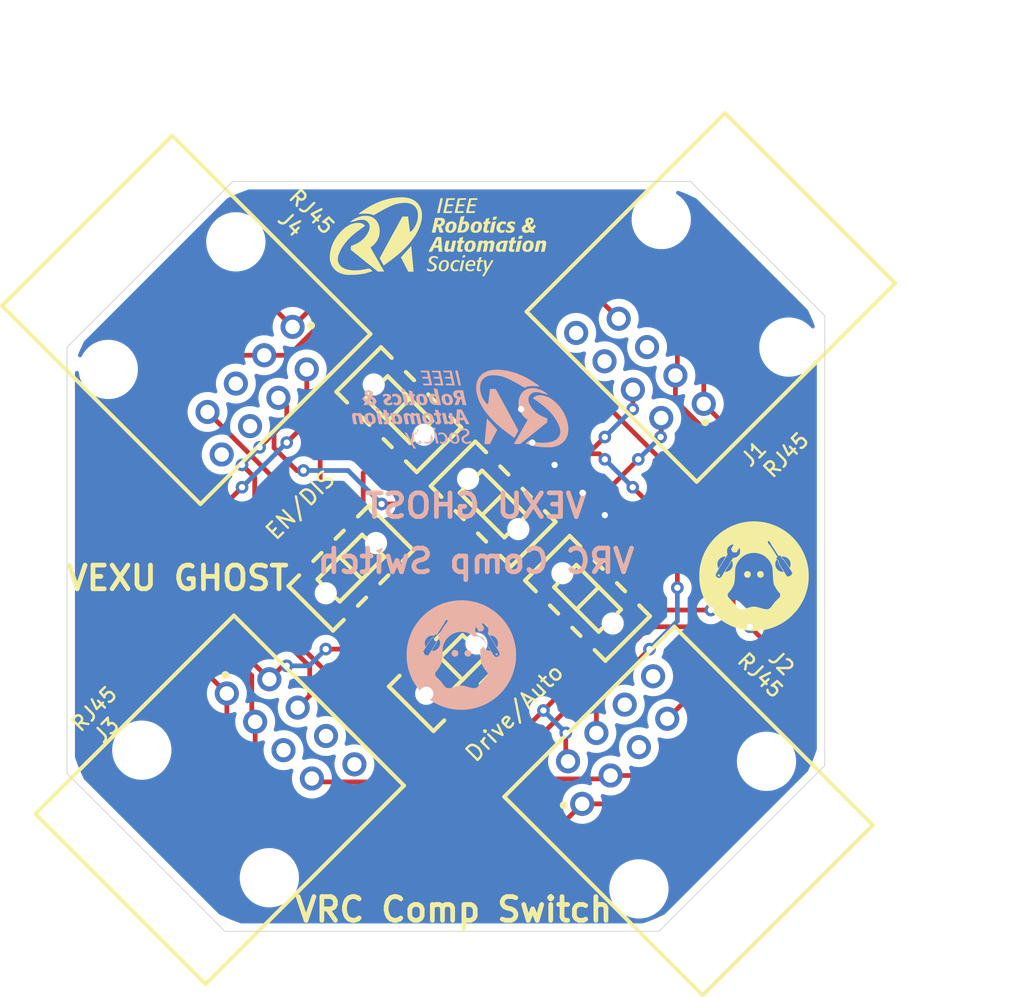
<source format=kicad_pcb>
(kicad_pcb (version 20241229) (generator "pcbnew") (generator_version "9.0")
  (layers (0 "F.Cu" signal "TopLayer") (2 "B.Cu" signal "BottomLayer") (13 "F.Paste" user "TopPasteMaskLayer") (15 "B.Paste" user "BottomPasteMaskLayer") (5 "F.SilkS" user "TopSilkLayer") (7 "B.SilkS" user "BottomSilkLayer") (1 "F.Mask" user "TopSolderMaskLayer") (3 "B.Mask" user "BottomSolderMaskLayer") (25 "Edge.Cuts" user "BoardOutLine"))
  (net 0 "")
  (net 1 "Net-(J1-Pad7)")
  (net 2 "Net-(J1-Pad4)")
  (net 6 "Net-(J1-Pad3)")
  (net 7 "Net-(J1-Pad2)")
  (net 8 "Net-(J1-Pad1)")
  (net 9 "GND")
  (footprint "ghost:SW-SMD_MS-22D28-G020" (layer "F.Cu") (at 168.475457 89.407817 -45)
    (property "Reference" "SW5" (hide yes))
    (property "Value" "Pin1" (hide yes))
    (pad "" np_thru_hole circle (at -2.249901 0 315) (size 0.9 0.9) (drill 0.9) (layers "*.Cu" "*.Mask"))
    (pad "" np_thru_hole circle (at 2.249901 0 315) (size 0.9 0.9) (drill 0.9) (layers "*.Cu" "*.Mask"))
    (pad "1" smd rect (at -2 -3 45) (size 2 0.8) (layers "F.Cu" "F.Mask" "F.Paste"))
    (pad "2" smd rect (at 0 -3 45) (size 2 0.8) (layers "F.Cu" "F.Mask" "F.Paste") (net 9 "GND"))
    (pad "3" smd rect (at 2 -3 45) (size 2 0.8) (layers "F.Cu" "F.Mask" "F.Paste") (net 8 "Net-(J1-Pad1)"))
    (pad "4" smd rect (at -2 3 45) (size 2 0.8) (layers "F.Cu" "F.Mask" "F.Paste"))
    (pad "5" smd rect (at 0 3 45) (size 2 0.8) (layers "F.Cu" "F.Mask" "F.Paste"))
    (pad "6" smd rect (at 2 3 45) (size 2 0.8) (layers "F.Cu" "F.Mask" "F.Paste"))
  )
  (footprint "ghost:SW-SMD_MS-22D28-G020" (layer "F.Cu") (at 153.481894 87.495871 45)
    (property "Reference" "SW2" (hide yes))
    (property "Value" "Enable/Disable" (hide yes))
    (pad "" np_thru_hole circle (at -2.249901 0 45) (size 0.9 0.9) (drill 0.9) (layers "*.Cu" "*.Mask"))
    (pad "" np_thru_hole circle (at 2.249901 0 45) (size 0.9 0.9) (drill 0.9) (layers "*.Cu" "*.Mask"))
    (pad "1" smd rect (at -2 -3 135) (size 2 0.8) (layers "F.Cu" "F.Mask" "F.Paste"))
    (pad "2" smd rect (at 0 -3 135) (size 2 0.8) (layers "F.Cu" "F.Mask" "F.Paste") (net 9 "GND"))
    (pad "3" smd rect (at 2 -3 135) (size 2 0.8) (layers "F.Cu" "F.Mask" "F.Paste") (net 6 "Net-(J1-Pad3)"))
    (pad "4" smd rect (at -2 3 135) (size 2 0.8) (layers "F.Cu" "F.Mask" "F.Paste"))
    (pad "5" smd rect (at 0 3 135) (size 2 0.8) (layers "F.Cu" "F.Mask" "F.Paste"))
    (pad "6" smd rect (at 2 3 135) (size 2 0.8) (layers "F.Cu" "F.Mask" "F.Paste"))
  )
  (footprint "ghost:SW-SMD_MS-22D28-G020" (layer "F.Cu") (at 162.497577 83.429936 -45)
    (property "Reference" "SW4" (hide yes))
    (property "Value" "Pin4" (hide yes))
    (pad "" np_thru_hole circle (at -2.249901 0 315) (size 0.9 0.9) (drill 0.9) (layers "*.Cu" "*.Mask"))
    (pad "" np_thru_hole circle (at 2.249901 0 315) (size 0.9 0.9) (drill 0.9) (layers "*.Cu" "*.Mask"))
    (pad "1" smd rect (at -2 -3 45) (size 2 0.8) (layers "F.Cu" "F.Mask" "F.Paste"))
    (pad "2" smd rect (at 0 -3 45) (size 2 0.8) (layers "F.Cu" "F.Mask" "F.Paste") (net 9 "GND"))
    (pad "3" smd rect (at 2 -3 45) (size 2 0.8) (layers "F.Cu" "F.Mask" "F.Paste") (net 2 "Net-(J1-Pad4)"))
    (pad "4" smd rect (at -2 3 45) (size 2 0.8) (layers "F.Cu" "F.Mask" "F.Paste"))
    (pad "5" smd rect (at 0 3 45) (size 2 0.8) (layers "F.Cu" "F.Mask" "F.Paste"))
    (pad "6" smd rect (at 2 3 45) (size 2 0.8) (layers "F.Cu" "F.Mask" "F.Paste"))
  )
  (footprint "ghost:RJ45-TH_RC0139" (layer "F.Cu") (at 170.381817 98.385244 -135)
    (property "Reference" "J2" (at -10.255472 -4.760907 135) (layer "F.SilkS") (effects (font (size 0.9144 0.9144) (thickness 0.1524)) (justify right bottom)))
    (property "Value" "RJ45" (at -8.755472 -5.260906 135) (layer "F.SilkS") (effects (font (size 0.9144 0.9144) (thickness 0.1524)) (justify right bottom)))
    (pad "" np_thru_hole circle (at -5.715 -7.62 225) (size 3.25 3.25) (drill 3.25) (layers "*.Cu" "*.Mask"))
    (pad "" np_thru_hole circle (at 5.715 -7.62 225) (size 3.25 3.25) (drill 3.25) (layers "*.Cu" "*.Mask"))
    (pad "1" thru_hole oval (at 4.4453 -1.27 225) (size 1.524 1.524) (drill 0.9144) (layers "*.Cu" "*.Mask") (net 8 "Net-(J1-Pad1)"))
    (pad "2" thru_hole oval (at 3.1753 1.27 225) (size 1.524 1.524) (drill 0.9144) (layers "*.Cu" "*.Mask") (net 7 "Net-(J1-Pad2)"))
    (pad "3" thru_hole oval (at 1.905 -1.27 225) (size 1.524 1.524) (drill 0.9144) (layers "*.Cu" "*.Mask") (net 6 "Net-(J1-Pad3)"))
    (pad "4" thru_hole oval (at 0.635 1.27 225) (size 1.524 1.524) (drill 0.9144) (layers "*.Cu" "*.Mask") (net 2 "Net-(J1-Pad4)"))
    (pad "5" thru_hole oval (at -0.635 -1.27 225) (size 1.524 1.524) (drill 0.9144) (layers "*.Cu" "*.Mask"))
    (pad "6" thru_hole oval (at -1.905 1.27 225) (size 1.524 1.524) (drill 0.9144) (layers "*.Cu" "*.Mask"))
    (pad "7" thru_hole oval (at -3.1753 -1.27 225) (size 1.524 1.524) (drill 0.9144) (layers "*.Cu" "*.Mask") (net 1 "Net-(J1-Pad7)"))
    (pad "8" thru_hole oval (at -4.4453 1.27 225) (size 1.524 1.524) (drill 0.9144) (layers "*.Cu" "*.Mask"))
  )
  (footprint "ghost:ghost" (layer "F.Cu") (at 179 88)
    (property "Reference" "G***" (hide yes))
    (property "Value" "LOGO" (hide yes))
  )
  (footprint "ghost:RJ45-TH_RC0139" (layer "F.Cu") (at 171.796031 74.838589 -45)
    (property "Reference" "J1" (at 8.390091 -0.383646 45) (layer "F.SilkS") (effects (font (size 0.9144 0.9144) (thickness 0.1524)) (justify left top)))
    (property "Value" "RJ45" (at 9.89009 -0.883646 45) (layer "F.SilkS") (effects (font (size 0.9144 0.9144) (thickness 0.1524)) (justify left top)))
    (pad "" np_thru_hole circle (at -5.715 -7.62 315) (size 3.25 3.25) (drill 3.25) (layers "*.Cu" "*.Mask"))
    (pad "" np_thru_hole circle (at 5.715 -7.62 315) (size 3.25 3.25) (drill 3.25) (layers "*.Cu" "*.Mask"))
    (pad "1" thru_hole oval (at 4.4453 -1.27 315) (size 1.524 1.524) (drill 0.9144) (layers "*.Cu" "*.Mask") (net 8 "Net-(J1-Pad1)"))
    (pad "2" thru_hole oval (at 3.1753 1.27 315) (size 1.524 1.524) (drill 0.9144) (layers "*.Cu" "*.Mask") (net 7 "Net-(J1-Pad2)"))
    (pad "3" thru_hole oval (at 1.905 -1.27 315) (size 1.524 1.524) (drill 0.9144) (layers "*.Cu" "*.Mask") (net 6 "Net-(J1-Pad3)"))
    (pad "4" thru_hole oval (at 0.635 1.27 315) (size 1.524 1.524) (drill 0.9144) (layers "*.Cu" "*.Mask") (net 2 "Net-(J1-Pad4)"))
    (pad "5" thru_hole oval (at -0.635 -1.27 315) (size 1.524 1.524) (drill 0.9144) (layers "*.Cu" "*.Mask"))
    (pad "6" thru_hole oval (at -1.905 1.27 315) (size 1.524 1.524) (drill 0.9144) (layers "*.Cu" "*.Mask"))
    (pad "7" thru_hole oval (at -3.1753 -1.27 315) (size 1.524 1.524) (drill 0.9144) (layers "*.Cu" "*.Mask") (net 1 "Net-(J1-Pad7)"))
    (pad "8" thru_hole oval (at -4.4453 1.27 315) (size 1.524 1.524) (drill 0.9144) (layers "*.Cu" "*.Mask"))
  )
  (footprint "ghost:SW-SMD_MS-22D28-G020" (layer "F.Cu") (at 156.519696 77.452055 -45)
    (property "Reference" "SW3" (hide yes))
    (property "Value" "Pin7" (hide yes))
    (pad "" np_thru_hole circle (at -2.249901 0 315) (size 0.9 0.9) (drill 0.9) (layers "*.Cu" "*.Mask"))
    (pad "" np_thru_hole circle (at 2.249901 0 315) (size 0.9 0.9) (drill 0.9) (layers "*.Cu" "*.Mask"))
    (pad "1" smd rect (at -2 -3 45) (size 2 0.8) (layers "F.Cu" "F.Mask" "F.Paste"))
    (pad "2" smd rect (at 0 -3 45) (size 2 0.8) (layers "F.Cu" "F.Mask" "F.Paste") (net 9 "GND"))
    (pad "3" smd rect (at 2 -3 45) (size 2 0.8) (layers "F.Cu" "F.Mask" "F.Paste") (net 1 "Net-(J1-Pad7)"))
    (pad "4" smd rect (at -2 3 45) (size 2 0.8) (layers "F.Cu" "F.Mask" "F.Paste"))
    (pad "5" smd rect (at 0 3 45) (size 2 0.8) (layers "F.Cu" "F.Mask" "F.Paste"))
    (pad "6" smd rect (at 2 3 45) (size 2 0.8) (layers "F.Cu" "F.Mask" "F.Paste"))
  )
  (footprint "ghost:RJ45-TH_RC0139" (layer "F.Cu") (at 147.542268 76.252802 45)
    (property "Reference" "J4" (at 9.5 -6.85 135) (layer "F.SilkS") (effects (font (size 0.9144 0.9144) (thickness 0.1524)) (justify left top)))
    (property "Value" "RJ45" (at 11 -7.35 135) (layer "F.SilkS") (effects (font (size 0.9144 0.9144) (thickness 0.1524)) (justify left top)))
    (pad "" np_thru_hole circle (at -5.715 -7.62 45) (size 3.25 3.25) (drill 3.25) (layers "*.Cu" "*.Mask"))
    (pad "" np_thru_hole circle (at 5.715 -7.62 45) (size 3.25 3.25) (drill 3.25) (layers "*.Cu" "*.Mask"))
    (pad "1" thru_hole oval (at 4.4453 -1.27 45) (size 1.524 1.524) (drill 0.9144) (layers "*.Cu" "*.Mask") (net 8 "Net-(J1-Pad1)"))
    (pad "2" thru_hole oval (at 3.1753 1.27 45) (size 1.524 1.524) (drill 0.9144) (layers "*.Cu" "*.Mask") (net 7 "Net-(J1-Pad2)"))
    (pad "3" thru_hole oval (at 1.905 -1.27 45) (size 1.524 1.524) (drill 0.9144) (layers "*.Cu" "*.Mask") (net 6 "Net-(J1-Pad3)"))
    (pad "4" thru_hole oval (at 0.635 1.27 45) (size 1.524 1.524) (drill 0.9144) (layers "*.Cu" "*.Mask") (net 2 "Net-(J1-Pad4)"))
    (pad "5" thru_hole oval (at -0.635 -1.27 45) (size 1.524 1.524) (drill 0.9144) (layers "*.Cu" "*.Mask"))
    (pad "6" thru_hole oval (at -1.905 1.27 45) (size 1.524 1.524) (drill 0.9144) (layers "*.Cu" "*.Mask"))
    (pad "7" thru_hole oval (at -3.1753 -1.27 45) (size 1.524 1.524) (drill 0.9144) (layers "*.Cu" "*.Mask") (net 1 "Net-(J1-Pad7)"))
    (pad "8" thru_hole oval (at -4.4453 1.27 45) (size 1.524 1.524) (drill 0.9144) (layers "*.Cu" "*.Mask"))
  )
  (footprint "ghost:SW-SMD_MS-22D28-G020" (layer "F.Cu") (at 159.845856 93.859832 -135)
    (property "Reference" "SW1" (hide yes))
    (property "Value" "Driver/Auton" (hide yes))
    (pad "" np_thru_hole circle (at -2.249901 0 225) (size 0.9 0.9) (drill 0.9) (layers "*.Cu" "*.Mask"))
    (pad "" np_thru_hole circle (at 2.249901 0 225) (size 0.9 0.9) (drill 0.9) (layers "*.Cu" "*.Mask"))
    (pad "1" smd rect (at -2 -3 315) (size 2 0.8) (layers "F.Cu" "F.Mask" "F.Paste"))
    (pad "2" smd rect (at 0 -3 315) (size 2 0.8) (layers "F.Cu" "F.Mask" "F.Paste") (net 9 "GND"))
    (pad "3" smd rect (at 2 -3 315) (size 2 0.8) (layers "F.Cu" "F.Mask" "F.Paste") (net 7 "Net-(J1-Pad2)"))
    (pad "4" smd rect (at -2 3 315) (size 2 0.8) (layers "F.Cu" "F.Mask" "F.Paste"))
    (pad "5" smd rect (at 0 3 315) (size 2 0.8) (layers "F.Cu" "F.Mask" "F.Paste"))
    (pad "6" smd rect (at 2 3 315) (size 2 0.8) (layers "F.Cu" "F.Mask" "F.Paste"))
  )
  (footprint "ghost:RJ45-TH_RC0139" (layer "F.Cu") (at 149.663589 97.678138 135)
    (property "Reference" "J3" (at 8.726919 -9.1821 225) (layer "F.SilkS") (effects (font (size 0.9144 0.9144) (thickness 0.1524)) (justify left top)))
    (property "Value" "RJ45" (at 10.226919 -9.6821 225) (layer "F.SilkS") (effects (font (size 0.9144 0.9144) (thickness 0.1524)) (justify left top)))
    (pad "" np_thru_hole circle (at -5.715 -7.62 135) (size 3.25 3.25) (drill 3.25) (layers "*.Cu" "*.Mask"))
    (pad "" np_thru_hole circle (at 5.715 -7.62 135) (size 3.25 3.25) (drill 3.25) (layers "*.Cu" "*.Mask"))
    (pad "1" thru_hole oval (at 4.4453 -1.27 135) (size 1.524 1.524) (drill 0.9144) (layers "*.Cu" "*.Mask") (net 8 "Net-(J1-Pad1)"))
    (pad "2" thru_hole oval (at 3.1753 1.27 135) (size 1.524 1.524) (drill 0.9144) (layers "*.Cu" "*.Mask") (net 7 "Net-(J1-Pad2)"))
    (pad "3" thru_hole oval (at 1.905 -1.27 135) (size 1.524 1.524) (drill 0.9144) (layers "*.Cu" "*.Mask") (net 6 "Net-(J1-Pad3)"))
    (pad "4" thru_hole oval (at 0.635 1.27 135) (size 1.524 1.524) (drill 0.9144) (layers "*.Cu" "*.Mask") (net 2 "Net-(J1-Pad4)"))
    (pad "5" thru_hole oval (at -0.635 -1.27 135) (size 1.524 1.524) (drill 0.9144) (layers "*.Cu" "*.Mask"))
    (pad "6" thru_hole oval (at -1.905 1.27 135) (size 1.524 1.524) (drill 0.9144) (layers "*.Cu" "*.Mask"))
    (pad "7" thru_hole oval (at -3.1753 -1.27 135) (size 1.524 1.524) (drill 0.9144) (layers "*.Cu" "*.Mask") (net 1 "Net-(J1-Pad7)"))
    (pad "8" thru_hole oval (at -4.4453 1.27 135) (size 1.524 1.524) (drill 0.9144) (layers "*.Cu" "*.Mask"))
  )
  (footprint "ghost:ieee" (layer "F.Cu") (at 159 66.5)
    (property "Reference" "G***" (hide yes))
    (property "Value" "LOGO" (hide yes))
  )
  (footprint "ghost:ieee" (layer "B.Cu") (at 160.402682 77.423017 180)
    (property "Reference" "G***" (hide yes))
    (property "Value" "LOGO" (hide yes))
  )
  (footprint "ghost:ghost" (layer "B.Cu") (at 160.5 93 180)
    (property "Reference" "G***" (hide yes))
    (property "Value" "LOGO" (hide yes))
  )
  (gr_line (start 183.5 71.5) (end 175 63) (stroke (width 0.05)) (layer "Edge.Cuts"))
  (gr_line (start 135.5 73.5) (end 135.5 100.5) (stroke (width 0.05)) (layer "Edge.Cuts"))
  (gr_line (start 145.5 110.5) (end 173 110.5) (stroke (width 0.05)) (layer "Edge.Cuts"))
  (gr_line (start 135.5 100.5) (end 145.5 110.5) (stroke (width 0.05)) (layer "Edge.Cuts"))
  (gr_line (start 173 110.5) (end 183.5 100) (stroke (width 0.05)) (layer "Edge.Cuts"))
  (gr_line (start 183.5 100) (end 183.5 71.5) (stroke (width 0.05)) (layer "Edge.Cuts"))
  (gr_line (start 146 63) (end 135.5 73.5) (stroke (width 0.05)) (layer "Edge.Cuts"))
  (gr_line (start 175 63) (end 146 63) (stroke (width 0.05)) (layer "Edge.Cuts"))
  (gr_text "EN/DIS\n" (at 148.708994 85.90481 45) (layer "F.SilkS") (effects (font (size 1 1)) (justify left bottom)))
  (gr_text "VEXU GHOST" (at 142.5 89 0) (layer "F.SilkS") (effects (font (size 1.5 1.5) (thickness 0.3) (bold yes)) (justify bottom)))
  (gr_text "Drive/Auto\n\n" (at 162.497577 101.107605 45) (layer "F.SilkS") (effects (font (size 1 1)) (justify left bottom)))
  (gr_text "VRC Comp Switch" (at 160 110 0) (layer "F.SilkS") (effects (font (size 1.5 1.5) (thickness 0.3) (bold yes)) (justify bottom)))
  (gr_text "VEXU GHOST" (at 161.402681 84.423017 0) (layer "B.SilkS") (effects (font (size 1.5 1.5) (thickness 0.3) (bold yes)) (justify bottom mirror)))
  (gr_text "VRC Comp Switch" (at 161.402681 87.923018 0) (layer "B.SilkS") (effects (font (size 1.5 1.5) (thickness 0.3) (bold yes)) (justify bottom mirror)))
  (segment (start 177.08716 91.208111) (end 177.08716 84.58449) (width 0.3) (layer "F.Cu") (net 1))
  (segment (start 151.225814 101.036414) (end 151.010839 100.821439) (width 0.3) (layer "F.Cu") (net 1))
  (segment (start 167.800878 75.298208) (end 161.50197 75.298208) (width 0.3) (layer "F.Cu") (net 1))
  (segment (start 169.488034 70.734541) (end 170.44878 71.695287) (width 0.3) (layer "F.Cu") (net 1))
  (segment (start 148.355441 81.556527) (end 148.355441 90.501004) (width 0.3) (layer "F.Cu") (net 1))
  (segment (start 157.547829 99.693392) (end 163.91179 99.693392) (width 0.3) (layer "F.Cu") (net 1))
  (segment (start 161.11589 75.684288) (end 160.05523 76.744948) (width 0.3) (layer "F.Cu") (net 1))
  (segment (start 148.355441 90.501004) (end 157.547829 99.693392) (width 0.3) (layer "F.Cu") (net 1))
  (segment (start 173.525119 97.037994) (end 177.08716 93.475953) (width 0.3) (layer "F.Cu") (net 1))
  (segment (start 177.08716 93.475953) (end 177.08716 91.208111) (width 0.3) (layer "F.Cu") (net 1))
  (segment (start 161.50197 75.298208) (end 161.11589 75.684288) (width 0.3) (layer "F.Cu") (net 1))
  (segment (start 163.91179 99.693392) (end 172.397072 91.208111) (width 0.3) (layer "F.Cu") (net 1))
  (segment (start 172.397072 91.208111) (end 177.08716 91.208111) (width 0.3) (layer "F.Cu") (net 1))
  (segment (start 166.065637 70.734541) (end 169.488034 70.734541) (width 0.3) (layer "F.Cu") (net 1))
  (segment (start 177.08716 84.58449) (end 167.800878 75.298208) (width 0.3) (layer "F.Cu") (net 1))
  (segment (start 156.204807 101.036414) (end 151.225814 101.036414) (width 0.3) (layer "F.Cu") (net 1))
  (segment (start 157.547829 99.693392) (end 156.204807 101.036414) (width 0.3) (layer "F.Cu") (net 1))
  (segment (start 166.065637 70.734541) (end 161.11589 75.684288) (width 0.3) (layer "F.Cu") (net 1))
  (segment (start 144.398966 77.600053) (end 148.355441 81.556527) (width 0.3) (layer "F.Cu") (net 1))
  (segment (start 168.507984 80.247955) (end 166.033111 82.722829) (width 0.3) (layer "F.Cu") (net 2))
  (segment (start 156.840722 83.429936) (end 161.79047 78.480189) (width 0.3) (layer "F.Cu") (net 2))
  (segment (start 174.164839 85.197703) (end 171.336411 82.369276) (width 0.3) (layer "F.Cu") (net 2))
  (segment (start 169.034779 95.984617) (end 172.397072 92.622324) (width 0.3) (layer "F.Cu") (net 2))
  (segment (start 150.112601 96.331099) (end 150.217102 96.226599) (width 0.3) (layer "F.Cu") (net 2))
  (segment (start 147.388675 90.242758) (end 147.388675 81.756063) (width 0.3) (layer "F.Cu") (net 2))
  (segment (start 150.874601 93.728685) (end 147.388675 90.242758) (width 0.3) (layer "F.Cu") (net 2))
  (segment (start 149.416101 77.228609) (end 148.889307 76.701815) (width 0.3) (layer "F.Cu") (net 2))
  (segment (start 171.336411 77.419528) (end 171.347018 77.408922) (width 0.3) (layer "F.Cu") (net 2))
  (segment (start 150.051083 81.308616) (end 150.476761 81.308616) (width 0.3) (layer "F.Cu") (net 2))
  (segment (start 147.701155 79.841581) (end 148.615101 78.927636) (width 0.3) (layer "F.Cu") (net 2))
  (segment (start 150.874601 95.5691) (end 150.874601 93.728685) (width 0.3) (layer "F.Cu") (net 2))
  (segment (start 166.740217 78.480189) (end 168.507984 80.247955) (width 0.3) (layer "F.Cu") (net 2))
  (segment (start 169.034779 97.936232) (end 169.034779 95.984617) (width 0.3) (layer "F.Cu") (net 2))
  (segment (start 147.388675 81.756063) (end 146.587674 80.955062) (width 0.3) (layer "F.Cu") (net 2))
  (segment (start 174.164839 88.733237) (end 174.164839 85.197703) (width 0.3) (layer "F.Cu") (net 2))
  (segment (start 169.568644 79.187295) (end 168.507984 80.247955) (width 0.3) (layer "F.Cu") (net 2))
  (segment (start 171.347018 77.408922) (end 171.347018 76.185627) (width 0.3) (layer "F.Cu") (net 2))
  (segment (start 148.615101 78.927636) (end 148.615101 79.872633) (width 0.3) (layer "F.Cu") (net 2))
  (segment (start 149.416101 78.126635) (end 149.416101 77.228609) (width 0.3) (layer "F.Cu") (net 2))
  (segment (start 169.568644 80.601509) (end 169.215091 80.247955) (width 0.3) (layer "F.Cu") (net 2))
  (segment (start 161.79047 78.480189) (end 166.740217 78.480189) (width 0.3) (layer "F.Cu") (net 2))
  (segment (start 169.215091 80.247955) (end 168.507984 80.247955) (width 0.3) (layer "F.Cu") (net 2))
  (segment (start 155.426509 83.429936) (end 156.840722 83.429936) (width 0.3) (layer "F.Cu") (net 2))
  (segment (start 149.416101 78.126635) (end 148.615101 78.927636) (width 0.3) (layer "F.Cu") (net 2))
  (segment (start 148.615101 79.872633) (end 150.051083 81.308616) (width 0.3) (layer "F.Cu") (net 2))
  (segment (start 150.112601 96.331099) (end 150.874601 95.5691) (width 0.3) (layer "F.Cu") (net 2))
  (via (at 172.397072 92.622324) (size 0.8) (drill 0.4) (layers "F.Cu" "B.Cu") (net 2))
  (via (at 169.568644 80.601509) (size 0.8) (drill 0.4) (layers "F.Cu" "B.Cu") (net 2))
  (via (at 169.568644 79.187295) (size 0.8) (drill 0.4) (layers "F.Cu" "B.Cu") (net 2))
  (via (at 155.426509 83.429936) (size 0.8) (drill 0.4) (layers "F.Cu" "B.Cu") (net 2))
  (via (at 174.164839 88.733237) (size 0.8) (drill 0.4) (layers "F.Cu" "B.Cu") (net 2))
  (via (at 147.701155 79.841581) (size 0.8) (drill 0.4) (layers "F.Cu" "B.Cu") (net 2))
  (via (at 171.336411 77.419528) (size 0.8) (drill 0.4) (layers "F.Cu" "B.Cu") (net 2))
  (via (at 146.587674 80.955062) (size 0.8) (drill 0.4) (layers "F.Cu" "B.Cu") (net 2))
  (via (at 150.476761 81.308616) (size 0.8) (drill 0.4) (layers "F.Cu" "B.Cu") (net 2))
  (via (at 171.336411 82.369276) (size 0.8) (drill 0.4) (layers "F.Cu" "B.Cu") (net 2))
  (segment (start 146.587674 80.955062) (end 147.701155 79.841581) (width 0.3) (layer "B.Cu") (net 2))
  (segment (start 174.164839 90.854557) (end 174.164839 88.733237) (width 0.3) (layer "B.Cu") (net 2))
  (segment (start 153.305189 81.308616) (end 155.426509 83.429936) (width 0.3) (layer "B.Cu") (net 2))
  (segment (start 171.336411 82.369276) (end 169.568644 80.601509) (width 0.3) (layer "B.Cu") (net 2))
  (segment (start 171.336411 77.419528) (end 169.568644 79.187295) (width 0.3) (layer "B.Cu") (net 2))
  (segment (start 150.476761 81.308616) (end 153.305189 81.308616) (width 0.3) (layer "B.Cu") (net 2))
  (segment (start 172.397072 92.622324) (end 174.164839 90.854557) (width 0.3) (layer "B.Cu") (net 2))
  (segment (start 158.608489 69.641354) (end 151.537422 76.712422) (width 0.3) (layer "F.Cu") (net 6))
  (segment (start 160.022703 104.289586) (end 150.123208 104.289586) (width 0.3) (layer "F.Cu") (net 6))
  (segment (start 147.418525 101.584903) (end 147.418525 97.229125) (width 0.3) (layer "F.Cu") (net 6))
  (segment (start 145.756824 74.007738) (end 147.991281 74.007738) (width 0.3) (layer "F.Cu") (net 6))
  (segment (start 158.608489 67.873587) (end 158.608489 69.641354) (width 0.3) (layer "F.Cu") (net 6))
  (segment (start 174.164839 72.469781) (end 174.164839 75.163858) (width 0.3) (layer "F.Cu") (net 6))
  (segment (start 149.565301 74.007738) (end 147.991281 74.007738) (width 0.3) (layer "F.Cu") (net 6))
  (segment (start 139.87016 86.96547) (end 139.87016 79.894402) (width 0.3) (layer "F.Cu") (net 6))
  (segment (start 158.608489 67.873587) (end 169.568644 67.873587) (width 0.3) (layer "F.Cu") (net 6))
  (segment (start 155.699452 67.873587) (end 149.565301 74.007738) (width 0.3) (layer "F.Cu") (net 6))
  (segment (start 147.418525 97.229125) (end 147.203338 97.013938) (width 0.3) (layer "F.Cu") (net 6))
  (segment (start 150.123208 104.289586) (end 147.418525 101.584903) (width 0.3) (layer "F.Cu") (net 6))
  (segment (start 147.203338 97.013938) (end 147.203338 94.298648) (width 0.3) (layer "F.Cu") (net 6))
  (segment (start 169.932804 100.630308) (end 169.717618 100.845495) (width 0.3) (layer "F.Cu") (net 6))
  (segment (start 172.874369 100.630308) (end 169.932804 100.630308) (width 0.3) (layer "F.Cu") (net 6))
  (segment (start 177.700372 80.520899) (end 174.041095 76.861621) (width 0.3) (layer "F.Cu") (net 6))
  (segment (start 174.164839 75.163858) (end 174.041095 75.287601) (width 0.3) (layer "F.Cu") (net 6))
  (segment (start 163.466794 100.845495) (end 160.022703 104.289586) (width 0.3) (layer "F.Cu") (net 6))
  (segment (start 174.041095 76.861621) (end 174.041095 75.287601) (width 0.3) (layer "F.Cu") (net 6))
  (segment (start 147.203338 94.298648) (end 139.87016 86.96547) (width 0.3) (layer "F.Cu") (net 6))
  (segment (start 177.700372 95.804305) (end 172.874369 100.630308) (width 0.3) (layer "F.Cu") (net 6))
  (segment (start 151.537422 76.712422) (end 151.537422 82.722971) (width 0.3) (layer "F.Cu") (net 6))
  (segment (start 158.608489 67.873587) (end 155.699452 67.873587) (width 0.3) (layer "F.Cu") (net 6))
  (segment (start 151.537422 82.722971) (end 152.774788 83.960337) (width 0.3) (layer "F.Cu") (net 6))
  (segment (start 169.717618 100.845495) (end 163.466794 100.845495) (width 0.3) (layer "F.Cu") (net 6))
  (segment (start 169.568644 67.873587) (end 174.164839 72.469781) (width 0.3) (layer "F.Cu") (net 6))
  (segment (start 177.700372 95.804305) (end 177.700372 80.520899) (width 0.3) (layer "F.Cu") (net 6))
  (segment (start 139.87016 79.894402) (end 145.756824 74.007738) (width 0.3) (layer "F.Cu") (net 6))
  (segment (start 166.386664 94.390091) (end 163.558237 91.561664) (width 0.3) (layer "F.Cu") (net 7))
  (segment (start 149.16819 93.682984) (end 149.416101 93.682984) (width 0.3) (layer "F.Cu") (net 7))
  (segment (start 148.316338 94.534836) (end 144.819907 91.038405) (width 0.3) (layer "F.Cu") (net 7))
  (segment (start 164.265344 97.925625) (end 165.679557 96.511411) (width 0.3) (layer "F.Cu") (net 7))
  (segment (start 167.093771 99.58775) (end 167.093771 97.925625) (width 0.3) (layer "F.Cu") (net 7))
  (segment (start 150.68557 78.27138) (end 150.68557 74.905552) (width 0.3) (layer "F.Cu") (net 7))
  (segment (start 167.238515 99.732495) (end 167.093771 99.58775) (width 0.3) (layer "F.Cu") (net 7))
  (segment (start 163.558237 88.733237) (end 171.689965 80.601509) (width 0.3) (layer "F.Cu") (net 7))
  (segment (start 160.552962 97.395366) (end 161.083222 97.925625) (width 0.3) (layer "F.Cu") (net 7))
  (segment (start 144.819907 91.038405) (end 144.819907 84.137043) (width 0.3) (layer "F.Cu") (net 7))
  (segment (start 152.951635 92.622324) (end 158.254936 97.925625) (width 0.3) (layer "F.Cu") (net 7))
  (segment (start 161.083222 97.925625) (end 164.265344 97.925625) (width 0.3) (layer "F.Cu") (net 7))
  (segment (start 163.558237 91.561664) (end 163.558237 88.733237) (width 0.3) (layer "F.Cu") (net 7))
  (segment (start 144.819907 84.137043) (end 146.587674 82.369276) (width 0.3) (layer "F.Cu") (net 7))
  (segment (start 160.552962 97.395366) (end 160.022703 97.925625) (width 0.3) (layer "F.Cu") (net 7))
  (segment (start 166.386664 95.804305) (end 166.386664 94.390091) (width 0.3) (layer "F.Cu") (net 7))
  (segment (start 160.022703 97.925625) (end 158.254936 97.925625) (width 0.3) (layer "F.Cu") (net 7))
  (segment (start 173.143281 79.148192) (end 173.143281 77.98189) (width 0.3) (layer "F.Cu") (net 7))
  (segment (start 149.416101 79.540849) (end 150.68557 78.27138) (width 0.3) (layer "F.Cu") (net 7))
  (segment (start 151.890975 92.622324) (end 152.951635 92.622324) (width 0.3) (layer "F.Cu") (net 7))
  (segment (start 148.316338 94.534836) (end 149.16819 93.682984) (width 0.3) (layer "F.Cu") (net 7))
  (segment (start 173.104178 79.187295) (end 173.143281 79.148192) (width 0.3) (layer "F.Cu") (net 7))
  (segment (start 165.679557 96.511411) (end 166.386664 95.804305) (width 0.3) (layer "F.Cu") (net 7))
  (via (at 173.104178 79.187295) (size 0.8) (drill 0.4) (layers "F.Cu" "B.Cu") (net 7))
  (via (at 151.890975 92.622324) (size 0.8) (drill 0.4) (layers "F.Cu" "B.Cu") (net 7))
  (via (at 165.679557 96.511411) (size 0.8) (drill 0.4) (layers "F.Cu" "B.Cu") (net 7))
  (via (at 167.093771 97.925625) (size 0.8) (drill 0.4) (layers "F.Cu" "B.Cu") (net 7))
  (via (at 171.689965 80.601509) (size 0.8) (drill 0.4) (layers "F.Cu" "B.Cu") (net 7))
  (via (at 149.416101 79.540849) (size 0.8) (drill 0.4) (layers "F.Cu" "B.Cu") (net 7))
  (via (at 149.416101 93.682984) (size 0.8) (drill 0.4) (layers "F.Cu" "B.Cu") (net 7))
  (via (at 146.587674 82.369276) (size 0.8) (drill 0.4) (layers "F.Cu" "B.Cu") (net 7))
  (segment (start 148.708994 80.247955) (end 149.416101 79.540849) (width 0.3) (layer "B.Cu") (net 7))
  (segment (start 149.416101 93.682984) (end 150.830315 93.682984) (width 0.3) (layer "B.Cu") (net 7))
  (segment (start 146.587674 82.369276) (end 148.708994 80.247955) (width 0.3) (layer "B.Cu") (net 7))
  (segment (start 173.104178 79.187295) (end 171.689965 80.601509) (width 0.3) (layer "B.Cu") (net 7))
  (segment (start 151.890975 92.622324) (end 150.830315 93.682984) (width 0.3) (layer "B.Cu") (net 7))
  (segment (start 165.679557 96.511411) (end 167.093771 97.925625) (width 0.3) (layer "B.Cu") (net 7))
  (segment (start 145.622261 95.432861) (end 138 87.8106) (width 0.3) (layer "F.Cu") (net 8))
  (segment (start 138 87.8106) (end 138 78.936135) (width 0.3) (layer "F.Cu") (net 8))
  (segment (start 176.286159 90.14745) (end 173.457732 90.14745) (width 0.3) (layer "F.Cu") (net 8))
  (segment (start 175.837358 71.313873) (end 175.837358 77.083865) (width 0.3) (layer "F.Cu") (net 8))
  (segment (start 148.278084 70.702014) (end 149.787544 72.211475) (width 0.3) (layer "F.Cu") (net 8))
  (segment (start 138 78.936135) (end 146.234121 70.702014) (width 0.3) (layer "F.Cu") (net 8))
  (segment (start 181.58946 82.722829) (end 181.58946 94.036538) (width 0.3) (layer "F.Cu") (net 8))
  (segment (start 149.787544 72.211475) (end 156.999019 65) (width 0.3) (layer "F.Cu") (net 8))
  (segment (start 163.4451 107.118013) (end 151.537422 107.118013) (width 0.3) (layer "F.Cu") (net 8))
  (segment (start 175.837358 77.083865) (end 181.476323 82.722829) (width 0.3) (layer "F.Cu") (net 8))
  (segment (start 151.537422 107.118013) (end 145.622261 101.202853) (width 0.3) (layer "F.Cu") (net 8))
  (segment (start 146.234121 70.702014) (end 148.278084 70.702014) (width 0.3) (layer "F.Cu") (net 8))
  (segment (start 181.58946 94.036538) (end 178.761033 91.208111) (width 0.3) (layer "F.Cu") (net 8))
  (segment (start 169.523485 65) (end 175.837358 71.313873) (width 0.3) (layer "F.Cu") (net 8))
  (segment (start 173.457732 90.14745) (end 172.010991 88.70071) (width 0.3) (layer "F.Cu") (net 8))
  (segment (start 145.622261 101.202853) (end 145.622261 95.432861) (width 0.3) (layer "F.Cu") (net 8))
  (segment (start 173.199426 102.426572) (end 168.136541 102.426572) (width 0.3) (layer "F.Cu") (net 8))
  (segment (start 181.476323 82.722829) (end 181.58946 82.722829) (width 0.3) (layer "F.Cu") (net 8))
  (segment (start 156.999019 65) (end 169.523485 65) (width 0.3) (layer "F.Cu") (net 8))
  (segment (start 168.136541 102.426572) (end 163.4451 107.118013) (width 0.3) (layer "F.Cu") (net 8))
  (segment (start 181.58946 94.036538) (end 173.199426 102.426572) (width 0.3) (layer "F.Cu") (net 8))
  (via (at 178.761033 91.208111) (size 0.8) (drill 0.4) (layers "F.Cu" "B.Cu") (net 8))
  (via (at 176.286159 90.14745) (size 0.8) (drill 0.4) (layers "F.Cu" "B.Cu") (net 8))
  (segment (start 178.761033 91.208111) (end 177.700372 90.14745) (width 0.3) (layer "B.Cu") (net 8))
  (segment (start 177.700372 90.14745) (end 176.286159 90.14745) (width 0.3) (layer "B.Cu") (net 8))
  (segment (start 160.442724 77.419528) (end 159.630966 78.231287) (width 0.3) (layer "F.Cu") (net 9))
  (segment (start 153.271177 85.37455) (end 151.360574 85.37455) (width 0.3) (layer "F.Cu") (net 9))
  (segment (start 163.057238 87.820023) (end 168.154431 82.722829) (width 0.3) (layer "F.Cu") (net 9))
  (segment (start 158.109979 77.628125) (end 154.261126 81.476978) (width 0.3) (layer "F.Cu") (net 9))
  (segment (start 154.261126 83.783489) (end 154.261126 84.384601) (width 0.3) (layer "F.Cu") (net 9))
  (segment (start 158.641016 75.330735) (end 158.641016 77.097088) (width 0.3) (layer "F.Cu") (net 9))
  (segment (start 164.97245 80.955062) (end 164.97245 79.540849) (width 0.3) (layer "F.Cu") (net 9))
  (segment (start 158.641016 77.097088) (end 158.109979 77.628125) (width 0.3) (layer "F.Cu") (net 9))
  (segment (start 163.057238 92.76977) (end 163.057238 88.733237) (width 0.3) (layer "F.Cu") (net 9))
  (segment (start 164.618897 81.308616) (end 164.97245 80.955062) (width 0.3) (layer "F.Cu") (net 9))
  (segment (start 164.265344 77.419528) (end 160.442724 77.419528) (width 0.3) (layer "F.Cu") (net 9))
  (segment (start 161.967176 93.859832) (end 163.057238 92.76977) (width 0.3) (layer "F.Cu") (net 9))
  (segment (start 166.386664 80.955062) (end 164.97245 79.540849) (width 0.3) (layer "F.Cu") (net 9))
  (segment (start 154.261126 83.783489) (end 159.210874 88.733237) (width 0.3) (layer "F.Cu") (net 9))
  (segment (start 170.596778 87.286496) (end 170.596778 85.165176) (width 0.3) (layer "F.Cu") (net 9))
  (segment (start 154.261126 81.476978) (end 154.261126 83.783489) (width 0.3) (layer "F.Cu") (net 9))
  (segment (start 161.967176 95.981152) (end 161.967176 93.859832) (width 0.3) (layer "F.Cu") (net 9))
  (segment (start 170.596778 85.165176) (end 169.568644 84.137043) (width 0.3) (layer "F.Cu") (net 9))
  (segment (start 163.057238 88.733237) (end 163.057238 87.820023) (width 0.3) (layer "F.Cu") (net 9))
  (segment (start 159.210874 88.733237) (end 163.057238 88.733237) (width 0.3) (layer "F.Cu") (net 9))
  (segment (start 159.630966 78.231287) (end 158.713141 78.231287) (width 0.3) (layer "F.Cu") (net 9))
  (segment (start 154.261126 84.384601) (end 153.271177 85.37455) (width 0.3) (layer "F.Cu") (net 9))
  (segment (start 158.713141 78.231287) (end 158.109979 77.628125) (width 0.3) (layer "F.Cu") (net 9))
  (via (at 164.97245 79.540849) (size 0.8) (drill 0.4) (layers "F.Cu" "B.Cu") (net 9))
  (via (at 166.386664 80.955062) (size 0.8) (drill 0.4) (layers "F.Cu" "B.Cu") (net 9))
  (via (at 164.265344 77.419528) (size 0.8) (drill 0.4) (layers "F.Cu" "B.Cu") (net 9))
  (via (at 169.568644 84.137043) (size 0.8) (drill 0.4) (layers "F.Cu" "B.Cu") (net 9))
  (via (at 168.154431 82.722829) (size 0.8) (drill 0.4) (layers "F.Cu" "B.Cu") (net 9))
  (segment (start 164.97245 78.126635) (end 164.265344 77.419528) (width 0.3) (layer "B.Cu") (net 9))
  (segment (start 168.154431 82.722829) (end 166.386664 80.955062) (width 0.3) (layer "B.Cu") (net 9))
  (segment (start 169.568644 84.137043) (end 168.154431 82.722829) (width 0.3) (layer "B.Cu") (net 9))
  (segment (start 164.97245 79.540849) (end 164.97245 78.126635) (width 0.3) (layer "B.Cu") (net 9))
  (zone (net 9) (net_name "GND") (layer "B.Cu") (connect_pads (clearance 0.5)) (min_thickness 0.25) (fill yes (thermal_gap 0.5) (thermal_bridge_width 0.5) (smoothing fillet) (radius 10))
    (polygon (pts (xy 132.946145 60) (xy 189.446145 60.000001) (xy 189.446144 113.5) (xy 132.946145 113.5)))
  )
)
</source>
